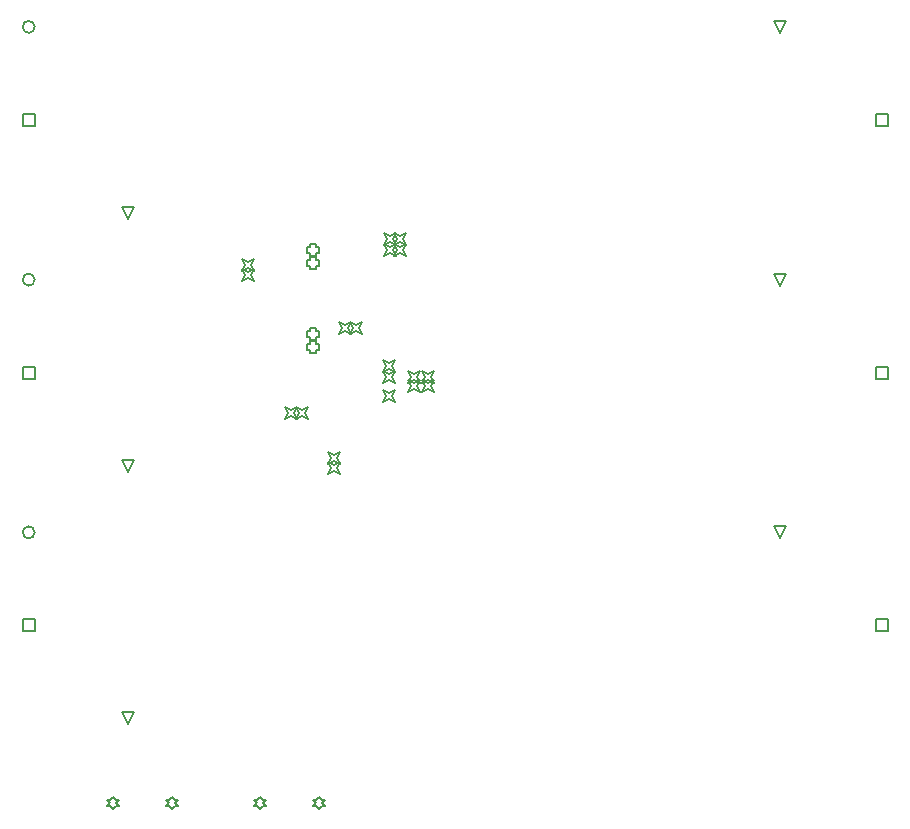
<source format=gbr>
%TF.GenerationSoftware,Altium Limited,Altium Designer,21.6.1 (37)*%
G04 Layer_Color=2752767*
%FSLAX45Y45*%
%MOMM*%
%TF.SameCoordinates,713E3131-B0EE-4415-9D9D-843BC13DAD56*%
%TF.FilePolarity,Positive*%
%TF.FileFunction,Drawing*%
%TF.Part,Single*%
G01*
G75*
%TA.AperFunction,NonConductor*%
%ADD69C,0.12700*%
%ADD70C,0.16933*%
D69*
X7560200Y6129200D02*
Y6230800D01*
X7661800D01*
Y6129200D01*
X7560200D01*
X1227000Y5342200D02*
X1176200Y5443800D01*
X1277800D01*
X1227000Y5342200D01*
X6747000Y6916200D02*
X6696200Y7017800D01*
X6797800D01*
X6747000Y6916200D01*
X338200Y6129200D02*
Y6230800D01*
X439800D01*
Y6129200D01*
X338200D01*
X7560200Y3989200D02*
Y4090800D01*
X7661800D01*
Y3989200D01*
X7560200D01*
X1227000Y3202200D02*
X1176200Y3303800D01*
X1277800D01*
X1227000Y3202200D01*
X6747000Y4776199D02*
X6696200Y4877799D01*
X6797800D01*
X6747000Y4776199D01*
X338200Y3989200D02*
Y4090800D01*
X439800D01*
Y3989200D01*
X338200D01*
X7560200Y1849200D02*
Y1950800D01*
X7661800D01*
Y1849200D01*
X7560200D01*
X1227000Y1062200D02*
X1176200Y1163800D01*
X1277800D01*
X1227000Y1062200D01*
X6747000Y2636200D02*
X6696200Y2737800D01*
X6797800D01*
X6747000Y2636200D01*
X338200Y1849200D02*
Y1950800D01*
X439800D01*
Y1849200D01*
X338200D01*
X2850000Y349200D02*
X2875400Y374600D01*
X2900800D01*
X2875400Y400000D01*
X2900800Y425400D01*
X2875400D01*
X2850000Y450800D01*
X2824600Y425400D01*
X2799200D01*
X2824600Y400000D01*
X2799200Y374600D01*
X2824600D01*
X2850000Y349200D01*
X2350000D02*
X2375400Y374600D01*
X2400800D01*
X2375400Y400000D01*
X2400800Y425400D01*
X2375400D01*
X2350000Y450800D01*
X2324600Y425400D01*
X2299200D01*
X2324600Y400000D01*
X2299200Y374600D01*
X2324600D01*
X2350000Y349200D01*
X1600000D02*
X1625400Y374600D01*
X1650800D01*
X1625400Y400000D01*
X1650800Y425400D01*
X1625400D01*
X1600000Y450800D01*
X1574600Y425400D01*
X1549200D01*
X1574600Y400000D01*
X1549200Y374600D01*
X1574600D01*
X1600000Y349200D01*
X1100000D02*
X1125400Y374600D01*
X1150800D01*
X1125400Y400000D01*
X1150800Y425400D01*
X1125400D01*
X1100000Y450800D01*
X1074600Y425400D01*
X1049200D01*
X1074600Y400000D01*
X1049200Y374600D01*
X1074600D01*
X1100000Y349200D01*
X2559200Y3649200D02*
X2584600Y3700000D01*
X2559200Y3750800D01*
X2610000Y3725400D01*
X2660800Y3750800D01*
X2635400Y3700000D01*
X2660800Y3649200D01*
X2610000Y3674600D01*
X2559200Y3649200D01*
X2649200D02*
X2674600Y3700000D01*
X2649200Y3750800D01*
X2700000Y3725400D01*
X2750800Y3750800D01*
X2725400Y3700000D01*
X2750800Y3649200D01*
X2700000Y3674600D01*
X2649200Y3649200D01*
X3719200Y3949200D02*
X3744600Y4000000D01*
X3719200Y4050800D01*
X3770000Y4025400D01*
X3820800Y4050800D01*
X3795400Y4000000D01*
X3820800Y3949200D01*
X3770000Y3974600D01*
X3719200Y3949200D01*
X3599200D02*
X3624600Y4000000D01*
X3599200Y4050800D01*
X3650000Y4025400D01*
X3700800Y4050800D01*
X3675400Y4000000D01*
X3700800Y3949200D01*
X3650000Y3974600D01*
X3599200Y3949200D01*
X3719200Y3879200D02*
X3744600Y3930000D01*
X3719200Y3980800D01*
X3770000Y3955400D01*
X3820800Y3980800D01*
X3795400Y3930000D01*
X3820800Y3879200D01*
X3770000Y3904600D01*
X3719200Y3879200D01*
X3389200Y3949200D02*
X3414600Y4000000D01*
X3389200Y4050800D01*
X3440000Y4025400D01*
X3490800Y4050800D01*
X3465400Y4000000D01*
X3490800Y3949200D01*
X3440000Y3974600D01*
X3389200Y3949200D01*
Y4049200D02*
X3414600Y4100000D01*
X3389200Y4150800D01*
X3440000Y4125400D01*
X3490800Y4150800D01*
X3465400Y4100000D01*
X3490800Y4049200D01*
X3440000Y4074600D01*
X3389200Y4049200D01*
X3599200Y3879200D02*
X3624600Y3930000D01*
X3599200Y3980800D01*
X3650000Y3955400D01*
X3700800Y3980800D01*
X3675400Y3930000D01*
X3700800Y3879200D01*
X3650000Y3904600D01*
X3599200Y3879200D01*
X3389200Y3789200D02*
X3414600Y3840000D01*
X3389200Y3890800D01*
X3440000Y3865400D01*
X3490800Y3890800D01*
X3465400Y3840000D01*
X3490800Y3789200D01*
X3440000Y3814600D01*
X3389200Y3789200D01*
X2919200Y3269200D02*
X2944600Y3320000D01*
X2919200Y3370800D01*
X2970000Y3345400D01*
X3020800Y3370800D01*
X2995400Y3320000D01*
X3020800Y3269200D01*
X2970000Y3294600D01*
X2919200Y3269200D01*
Y3179200D02*
X2944600Y3230000D01*
X2919200Y3280800D01*
X2970000Y3255400D01*
X3020800Y3280800D01*
X2995400Y3230000D01*
X3020800Y3179200D01*
X2970000Y3204600D01*
X2919200Y3179200D01*
X3019200Y4369200D02*
X3044600Y4420000D01*
X3019200Y4470800D01*
X3070000Y4445400D01*
X3120800Y4470800D01*
X3095400Y4420000D01*
X3120800Y4369200D01*
X3070000Y4394600D01*
X3019200Y4369200D01*
X3109200D02*
X3134600Y4420000D01*
X3109200Y4470800D01*
X3160000Y4445400D01*
X3210800Y4470800D01*
X3185400Y4420000D01*
X3210800Y4369200D01*
X3160000Y4394600D01*
X3109200Y4369200D01*
X3479200Y5119200D02*
X3504600Y5170000D01*
X3479200Y5220800D01*
X3530000Y5195400D01*
X3580800Y5220800D01*
X3555400Y5170000D01*
X3580800Y5119200D01*
X3530000Y5144600D01*
X3479200Y5119200D01*
Y5029200D02*
X3504600Y5080000D01*
X3479200Y5130800D01*
X3530000Y5105400D01*
X3580800Y5130800D01*
X3555400Y5080000D01*
X3580800Y5029200D01*
X3530000Y5054600D01*
X3479200Y5029200D01*
X3399200D02*
X3424600Y5080000D01*
X3399200Y5130800D01*
X3450000Y5105400D01*
X3500800Y5130800D01*
X3475400Y5080000D01*
X3500800Y5029200D01*
X3450000Y5054600D01*
X3399200Y5029200D01*
Y5119200D02*
X3424600Y5170000D01*
X3399200Y5220800D01*
X3450000Y5195400D01*
X3500800Y5220800D01*
X3475400Y5170000D01*
X3500800Y5119200D01*
X3450000Y5144600D01*
X3399200Y5119200D01*
X2199200Y4819200D02*
X2224600Y4870000D01*
X2199200Y4920800D01*
X2250000Y4895400D01*
X2300800Y4920800D01*
X2275400Y4870000D01*
X2300800Y4819200D01*
X2250000Y4844600D01*
X2199200Y4819200D01*
Y4899200D02*
X2224600Y4950000D01*
X2199200Y5000800D01*
X2250000Y4975400D01*
X2300800Y5000800D01*
X2275400Y4950000D01*
X2300800Y4899200D01*
X2250000Y4924600D01*
X2199200Y4899200D01*
X2774600Y5049600D02*
Y5024200D01*
X2825400D01*
Y5049600D01*
X2850800D01*
Y5100400D01*
X2825400D01*
Y5125800D01*
X2774600D01*
Y5100400D01*
X2749200D01*
Y5049600D01*
X2774600D01*
Y4939600D02*
Y4914200D01*
X2825400D01*
Y4939600D01*
X2850800D01*
Y4990400D01*
X2825400D01*
Y5015800D01*
X2774600D01*
Y4990400D01*
X2749200D01*
Y4939600D01*
X2774600D01*
X2774600Y4339600D02*
Y4314200D01*
X2825400D01*
Y4339600D01*
X2850800D01*
Y4390400D01*
X2825400D01*
Y4415800D01*
X2774600D01*
Y4390400D01*
X2749200D01*
Y4339600D01*
X2774600D01*
Y4229600D02*
Y4204200D01*
X2825400D01*
Y4229600D01*
X2850800D01*
Y4280400D01*
X2825400D01*
Y4305800D01*
X2774600D01*
Y4280400D01*
X2749200D01*
Y4229600D01*
X2774600D01*
D70*
X439800Y6967000D02*
G03*
X439800Y6967000I-50800J0D01*
G01*
Y4826999D02*
G03*
X439800Y4826999I-50800J0D01*
G01*
Y2687000D02*
G03*
X439800Y2687000I-50800J0D01*
G01*
%TF.MD5,2c6f709f29187bab94b8ecd4a580a04e*%
M02*

</source>
